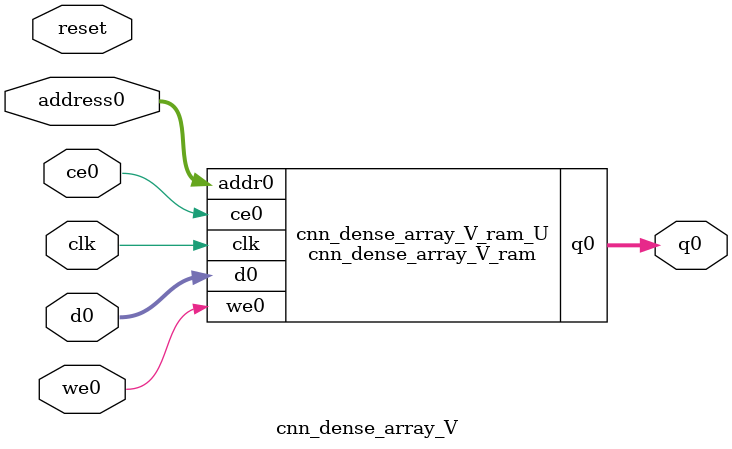
<source format=v>
`timescale 1 ns / 1 ps
module cnn_dense_array_V_ram (addr0, ce0, d0, we0, q0,  clk);

parameter DWIDTH = 32;
parameter AWIDTH = 4;
parameter MEM_SIZE = 10;

input[AWIDTH-1:0] addr0;
input ce0;
input[DWIDTH-1:0] d0;
input we0;
output reg[DWIDTH-1:0] q0;
input clk;

(* ram_style = "distributed" *)reg [DWIDTH-1:0] ram[0:MEM_SIZE-1];




always @(posedge clk)  
begin 
    if (ce0) 
    begin
        if (we0) 
        begin 
            ram[addr0] <= d0; 
        end 
        q0 <= ram[addr0];
    end
end


endmodule

`timescale 1 ns / 1 ps
module cnn_dense_array_V(
    reset,
    clk,
    address0,
    ce0,
    we0,
    d0,
    q0);

parameter DataWidth = 32'd32;
parameter AddressRange = 32'd10;
parameter AddressWidth = 32'd4;
input reset;
input clk;
input[AddressWidth - 1:0] address0;
input ce0;
input we0;
input[DataWidth - 1:0] d0;
output[DataWidth - 1:0] q0;



cnn_dense_array_V_ram cnn_dense_array_V_ram_U(
    .clk( clk ),
    .addr0( address0 ),
    .ce0( ce0 ),
    .we0( we0 ),
    .d0( d0 ),
    .q0( q0 ));

endmodule


</source>
